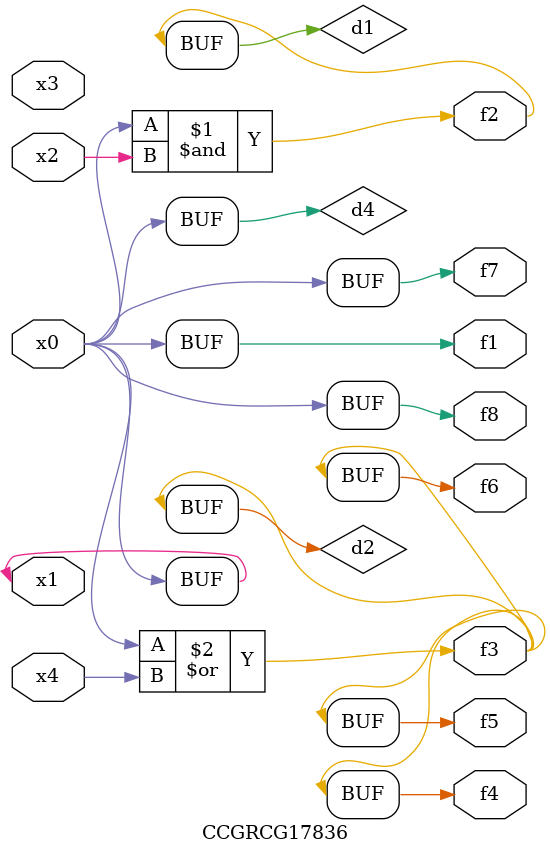
<source format=v>
module CCGRCG17836(
	input x0, x1, x2, x3, x4,
	output f1, f2, f3, f4, f5, f6, f7, f8
);

	wire d1, d2, d3, d4;

	and (d1, x0, x2);
	or (d2, x0, x4);
	nand (d3, x0, x2);
	buf (d4, x0, x1);
	assign f1 = d4;
	assign f2 = d1;
	assign f3 = d2;
	assign f4 = d2;
	assign f5 = d2;
	assign f6 = d2;
	assign f7 = d4;
	assign f8 = d4;
endmodule

</source>
